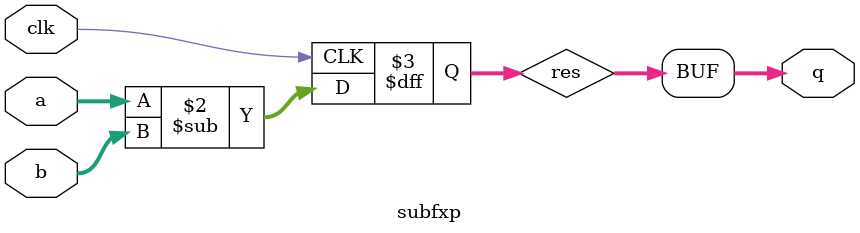
<source format=v>
module subfxp(a, b, q, clk);
   parameter width = 16;
   input [width-1:0]  a, b; 
   input                     clk;
   output [width-1:0] q; 
   reg [width-1:0]    res; 
   assign                    q = res;
   always @(posedge clk) begin
     res <= a-b;
   end
endmodule
</source>
